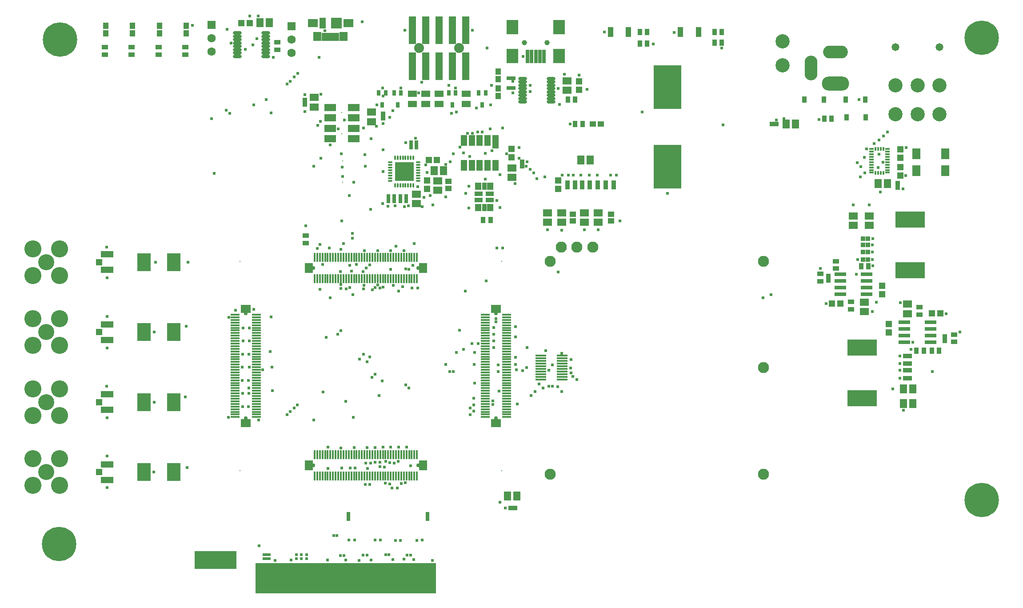
<source format=gts>
%FSTAX25Y25*%
%MOIN*%
%SFA1B1*%

%IPPOS*%
%ADD77R,1.354330X0.230320*%
%ADD78R,0.314960X0.135830*%
%ADD79R,0.047370X0.045400*%
%ADD80R,0.036350X0.047370*%
%ADD81R,0.072960X0.059180*%
%ADD82R,0.025720X0.062330*%
%ADD83R,0.063910X0.069020*%
%ADD84R,0.078870X0.082800*%
%ADD85R,0.047370X0.082800*%
%ADD86R,0.027690X0.098550*%
%ADD87R,0.086740X0.106420*%
%ADD88R,0.094610X0.049340*%
%ADD89R,0.049340X0.047370*%
%ADD90R,0.027690X0.043430*%
%ADD91O,0.065090X0.025720*%
%ADD92R,0.085560X0.030440*%
%ADD93R,0.033590X0.049340*%
%ADD94R,0.059180X0.082800*%
%ADD95R,0.047370X0.098550*%
%ADD96R,0.047370X0.078870*%
%ADD97R,0.061150X0.035560*%
%ADD98R,0.035560X0.053280*%
%ADD99R,0.049340X0.053280*%
%ADD100R,0.058000X0.208000*%
%ADD101R,0.065090X0.045400*%
%ADD102R,0.031620X0.033590*%
%ADD103R,0.143830X0.143830*%
%ADD104O,0.016520X0.032270*%
%ADD105O,0.032270X0.016520*%
%ADD106R,0.036000X0.173000*%
%ADD107R,0.036000X0.134000*%
%ADD108R,0.039500X0.074930*%
%ADD109R,0.078870X0.017840*%
%ADD110R,0.017840X0.030640*%
%ADD111R,0.034580X0.017840*%
%ADD112R,0.046580X0.042250*%
%ADD113R,0.220600X0.122170*%
%ADD114R,0.208790X0.330840*%
%ADD115R,0.104460X0.132020*%
%ADD116R,0.041470X0.047370*%
%ADD117R,0.065090X0.053280*%
%ADD118R,0.045400X0.047370*%
%ADD119R,0.033200X0.034770*%
%ADD120R,0.061150X0.074930*%
%ADD121R,0.017840X0.069020*%
%ADD122R,0.069020X0.017840*%
%ADD123R,0.074930X0.061150*%
%ADD124R,0.053280X0.065090*%
%ADD125R,0.034770X0.033200*%
%ADD126R,0.047370X0.041470*%
%ADD127R,0.047370X0.036350*%
%ADD128R,0.033590X0.031620*%
%ADD129R,0.090870X0.052090*%
%ADD130C,0.258000*%
%ADD131C,0.039500*%
%ADD132C,0.073980*%
%ADD133C,0.008000*%
%ADD134C,0.083000*%
%ADD135C,0.106420*%
%ADD136O,0.204850X0.106420*%
%ADD137O,0.185170X0.096580*%
%ADD138O,0.096580X0.185170*%
%ADD139C,0.128000*%
%ADD140C,0.120000*%
%ADD141C,0.029660*%
%ADD142R,0.008000X0.008000*%
%ADD143C,0.063000*%
%ADD144R,0.063000X0.063000*%
%ADD145C,0.058000*%
%ADD146C,0.024000*%
%LNgrandmaster-1*%
%LPD*%
G54D77*
X0843701Y0511516D03*
G54D78*
X074602Y0524997D03*
G54D79*
X128335Y071D03*
X128965D03*
X121465Y07175D03*
X120835D03*
X091215Y0825D03*
X090585D03*
X077175Y09277D03*
X076545D03*
G54D80*
X1208016Y0856D03*
X1202584D03*
X0952217Y07801D03*
X0946784D03*
X1015784Y0852D03*
X1021216D03*
X1283284Y0682D03*
X1288717D03*
X1271784D03*
X1277217D03*
X1230284Y07455D03*
X1235717D03*
X1010283Y08705D03*
X1015716D03*
X1069716Y0921D03*
X1064283D03*
X1125716D03*
X1120284D03*
X1069716Y09125D03*
X1064283D03*
X1120284Y0913D03*
X1125716D03*
G54D81*
X0818985Y09279D03*
X084556D03*
G54D82*
X0827154Y0917428D03*
X0829713D03*
X0832272D03*
X0834832D03*
X0837391D03*
G54D83*
X0842115Y0917762D03*
X082243D03*
G54D84*
X08368Y09279D03*
G54D85*
X082617Y09279D03*
G54D86*
X0979862Y0902764D03*
X0983012D03*
X0986161D03*
X0989311D03*
X0992461D03*
G54D87*
X0968642Y0924811D03*
Y0903158D03*
X1003681D03*
Y0924811D03*
G54D88*
X06645Y0585193D03*
Y0596807D03*
Y0701807D03*
Y0690193D03*
Y0754307D03*
Y0742693D03*
Y0637693D03*
Y0649307D03*
G54D89*
X0658496Y0591D03*
Y0696D03*
Y07485D03*
Y06435D03*
G54D90*
X0948559Y0875429D03*
X0943441D03*
X0946Y0866571D03*
X0885059Y0875429D03*
X0879941D03*
X08825Y0866571D03*
X0873559Y0875429D03*
X0868441D03*
X0871Y0866571D03*
X0926059Y0875429D03*
X0920941D03*
X09235Y0866571D03*
G54D91*
X0762172Y092035D03*
Y091785D03*
Y091535D03*
Y091285D03*
Y091035D03*
Y090785D03*
Y090535D03*
Y090285D03*
X0783628Y092035D03*
Y091785D03*
Y091535D03*
Y091285D03*
Y091035D03*
Y090785D03*
Y090535D03*
Y090285D03*
X0976272Y088625D03*
Y088375D03*
Y088125D03*
Y087875D03*
Y087625D03*
Y087375D03*
Y087125D03*
Y086875D03*
X0997728Y088625D03*
Y088375D03*
Y088125D03*
Y087875D03*
Y087625D03*
Y087375D03*
Y087125D03*
Y086875D03*
G54D92*
X1214756Y07245D03*
Y07295D03*
Y07345D03*
Y07395D03*
X1234244D03*
Y07345D03*
Y07295D03*
Y07245D03*
X1282244Y07035D03*
Y06985D03*
Y06935D03*
Y06885D03*
X1262756D03*
Y06935D03*
Y06985D03*
Y07035D03*
G54D93*
X1218815Y08705D03*
X1233185D03*
X1187815D03*
X1202185D03*
X1219315Y0857D03*
X1233685D03*
G54D94*
X1271673Y0829799D03*
X1293327D03*
Y0817201D03*
X1271673D03*
G54D95*
X0955949Y0838929D03*
G54D96*
X0938232Y0839913D03*
X0950043Y0821016D03*
X0932327D03*
Y0839913D03*
X0955949Y0821016D03*
X0950043Y0839913D03*
X0944138D03*
X0938232Y0821016D03*
X0944138D03*
G54D97*
X0951535Y0799962D03*
Y0795238D03*
X0943465D03*
Y0799962D03*
G54D98*
X09475Y0805572D03*
Y0789628D03*
G54D99*
X0952126Y0789628D03*
Y0805572D03*
X0942874Y0789628D03*
Y0805572D03*
G54D100*
X08935Y08955D03*
Y0922508D03*
X09035Y08955D03*
Y0922508D03*
X09135Y08955D03*
Y0922508D03*
X09235Y08955D03*
Y0922508D03*
X09335Y08955D03*
Y0922508D03*
G54D101*
X0934Y0874937D03*
Y0867063D03*
X08935Y0874937D03*
Y0867063D03*
X09035Y0874937D03*
Y0867063D03*
X09135Y0874937D03*
Y0867063D03*
G54D102*
X08755Y0797673D03*
Y0794327D03*
X08455Y0556248D03*
Y0559594D03*
X0905Y0556248D03*
Y0559594D03*
X0889Y0797673D03*
Y0794327D03*
X08845Y0797673D03*
Y0794327D03*
X088Y0797673D03*
Y0794327D03*
X08925Y0834827D03*
Y0838173D03*
X08965Y0834827D03*
Y0838173D03*
G54D103*
X08875Y08165D03*
G54D104*
X088061Y0826933D03*
X0882579D03*
X0884547D03*
X0886516D03*
X0888484D03*
X0890453D03*
X0892421D03*
X089439D03*
Y0806067D03*
X0892421D03*
X0890453D03*
X0888484D03*
X0886516D03*
X0884547D03*
X0882579D03*
X088061D03*
G54D105*
X0897933Y082339D03*
Y0821421D03*
Y0819453D03*
Y0817484D03*
Y0815516D03*
Y0813547D03*
Y0811579D03*
Y080961D03*
X0877067D03*
Y0811579D03*
Y0813547D03*
Y0815516D03*
Y0817484D03*
Y0819453D03*
Y0821421D03*
Y082339D03*
G54D106*
X0908661Y0514173D03*
X0786614D03*
X0782677D03*
X077874D03*
X0806299D03*
X0849606D03*
X0892913D03*
X0888976D03*
X0877165D03*
X0873228D03*
X0861417D03*
X085748D03*
X0841732D03*
X0837795D03*
X0814173D03*
X0810236D03*
X0829921D03*
X0900787D03*
X0794488D03*
X0798425D03*
X081811D03*
X089685D03*
X0885039D03*
X0869291D03*
X0865354D03*
X0802362D03*
X0790551D03*
X0881102D03*
X0833858D03*
X0845669D03*
X0853543D03*
G54D107*
X0904724Y0516123D03*
G54D108*
X1108193Y0921D03*
X1094807D03*
X1055693D03*
X1042307D03*
G54D109*
X1005906Y0678356D03*
X0990158D03*
X1005906Y0676356D03*
X0990158D03*
X1005906Y0674356D03*
X0990158D03*
X1005906Y0672356D03*
X0990158D03*
X1005906Y0670356D03*
X0990158D03*
X1005906Y0668356D03*
X0990158D03*
X1005906Y0666356D03*
X0990158D03*
X1005906Y0664356D03*
X0990158D03*
X1005906Y0662356D03*
X0990158D03*
Y0660356D03*
X1005906D03*
G54D110*
X1246953Y0815396D03*
X1245D03*
X1243016D03*
X1241047D03*
Y0833604D03*
X1243016D03*
X1244984D03*
X1246953D03*
G54D111*
X1250152Y0815642D03*
X1237848D03*
Y081761D03*
Y0819579D03*
Y0821547D03*
Y0823516D03*
Y0825484D03*
Y0827453D03*
Y0829421D03*
Y083139D03*
Y0833358D03*
X1250152D03*
Y083139D03*
Y0829421D03*
Y0827453D03*
Y0825484D03*
Y0823516D03*
Y0821547D03*
Y081761D03*
Y0819579D03*
G54D112*
X1014Y0784618D03*
Y0779382D03*
X09205Y0803882D03*
Y0809118D03*
X10425Y0784618D03*
Y0779382D03*
G54D113*
X1267Y0780594D03*
Y0742406D03*
X1231Y0646406D03*
Y0684594D03*
G54D114*
X1085Y082D03*
Y0879745D03*
G54D115*
X0692279Y0591D03*
X071472D03*
Y0696D03*
X0692279D03*
X071472Y07485D03*
X0692279D03*
Y06435D03*
X071472D03*
G54D116*
X0724Y0920146D03*
Y0925854D03*
X0958Y0891354D03*
Y0885646D03*
Y0873146D03*
Y0878854D03*
X06635Y0925854D03*
Y0920146D03*
X0683667Y0925854D03*
Y0920146D03*
X0703833D03*
Y0925854D03*
G54D117*
X1033Y0785543D03*
Y0778457D03*
X12325Y0718543D03*
Y0711457D03*
X1265Y0709957D03*
Y0717043D03*
X1224409Y0775984D03*
Y0783071D03*
X123622Y0775984D03*
Y0783071D03*
X10095Y0884543D03*
Y0877457D03*
X082Y0864957D03*
Y0872043D03*
X0863Y0861043D03*
Y0853957D03*
X09684Y0812157D03*
Y0819243D03*
X09125Y0802457D03*
Y0809543D03*
X08965Y0799543D03*
Y0792457D03*
X10055Y0785543D03*
Y0778457D03*
X0995Y0785543D03*
Y0778457D03*
X10225Y0785543D03*
Y0778457D03*
G54D118*
X1003Y080965D03*
Y080335D03*
X1246Y073065D03*
Y072435D03*
X1251Y070215D03*
Y069585D03*
X10185Y088415D03*
Y087785D03*
X09679Y083335D03*
Y082705D03*
X09045Y080335D03*
Y080965D03*
X12595Y083315D03*
Y082685D03*
Y081335D03*
Y081965D03*
G54D119*
X101Y0808193D03*
Y0804807D03*
X1293Y0692693D03*
Y0689307D03*
X12055Y0738193D03*
Y0734807D03*
X12575Y0807693D03*
Y0804307D03*
X0813Y0866807D03*
Y0870193D03*
X08715Y0859693D03*
Y0856307D03*
X0976Y0820507D03*
Y0823893D03*
X10445Y0808193D03*
Y0804807D03*
X10385Y0808193D03*
Y0804807D03*
X10325Y0808193D03*
Y0804807D03*
X10265Y0808193D03*
Y0804807D03*
X1021Y0808193D03*
Y0804807D03*
X10155Y0808193D03*
Y0804807D03*
G54D120*
X0901514Y0744247D03*
X0901515Y0596253D03*
X0815885D03*
X0815884Y0744247D03*
G54D121*
X0820314Y0604225D03*
Y0588281D03*
X0830157D03*
X0839999D03*
X0849842D03*
X0859684D03*
X086559D03*
X0871495D03*
X0877401D03*
X0883306D03*
X0889212D03*
X0830157Y0604225D03*
X0839999D03*
X0849842D03*
X0859684D03*
X086559D03*
X0871495D03*
X0877401D03*
X0883306D03*
X0889212D03*
X0895117Y0588281D03*
Y0604225D03*
X0897086D03*
Y0588281D03*
X0893149Y0604225D03*
Y0588281D03*
X089118Y0604225D03*
Y0588281D03*
X0887243Y0604225D03*
X0885275D03*
X085181D03*
X0853779D03*
X0832125D03*
X0834094D03*
X0822283D03*
X0824251D03*
X082622D03*
X0828188D03*
X0843936D03*
X0847873D03*
X0845905D03*
X0841968D03*
X0838031D03*
X0836062D03*
X0855747D03*
X082622Y0588281D03*
X0824251D03*
X0845905D03*
X0843936D03*
X0855747D03*
X0853779D03*
X085181D03*
X0847873D03*
X0838031D03*
X0828188D03*
X0832125D03*
X0834094D03*
X0836062D03*
X0841968D03*
X0822283D03*
X0863621Y0604225D03*
X0861653D03*
X0869527Y0588281D03*
X0867558D03*
X0881338D03*
X0879369D03*
X0875432Y0604225D03*
X0873464D03*
X0861653Y0588281D03*
X0863621D03*
X0857716Y0604225D03*
Y0588281D03*
X0869527Y0604225D03*
X0867558D03*
X0875432Y0588281D03*
X0873464D03*
X0887243D03*
X0885275D03*
X0881338Y0604225D03*
X0879369D03*
X0832124Y0752219D03*
X0830156D03*
X0826219Y0736275D03*
X0832124D03*
X0830156D03*
X082425D03*
X0895116Y0752219D03*
X0893148D03*
X0885274D03*
X0883305D03*
X0891179D03*
X0889211D03*
X0875431D03*
X0873463D03*
X0881337D03*
X0879368D03*
X0865589D03*
X086362D03*
X0871494D03*
X0869526D03*
X0855746D03*
X0861652D03*
X0853778D03*
X0859683D03*
X0845904D03*
X0843935D03*
X0851809D03*
X0849841D03*
X0836061D03*
X0834093D03*
X0841967D03*
X0839998D03*
X0826219D03*
X082425D03*
X0820313Y0736275D03*
X0822282D03*
Y0752219D03*
X0820313D03*
X0836061Y0736275D03*
X0834093D03*
X0841967D03*
X0839998D03*
X0845904D03*
X0843935D03*
X0851809D03*
X0849841D03*
X0855746D03*
X0853778D03*
X0861652D03*
X0859683D03*
X0865589D03*
X086362D03*
X0871494D03*
X0869526D03*
X0875431D03*
X0873463D03*
X0881337D03*
X0879368D03*
X0885274D03*
X0883305D03*
X0891179D03*
X0889211D03*
X0895116D03*
X0893148D03*
X0828187D03*
X083803D03*
X0847872D03*
X0857715D03*
X0867557D03*
X08774D03*
X0887242D03*
X0828187Y0752219D03*
X083803D03*
X0847872D03*
X0857715D03*
X0867557D03*
X08774D03*
X0887242D03*
X0897085Y0736275D03*
Y0752219D03*
G54D122*
X0760727Y0707164D03*
X0776671Y0654015D03*
Y0707164D03*
Y0709133D03*
X0760727D03*
Y069929D03*
Y0689448D03*
Y0679605D03*
Y0669763D03*
Y065992D03*
Y0650078D03*
Y0640235D03*
X0776671Y069929D03*
Y0689448D03*
Y0679605D03*
Y0669763D03*
Y065992D03*
Y0650078D03*
Y0640235D03*
Y0705196D03*
X0760727D03*
X0776671Y0652046D03*
X0760727Y0665826D03*
Y0671731D03*
X0776671Y0648109D03*
X0760727Y0632361D03*
X0776671Y0642204D03*
Y0632361D03*
Y0638267D03*
X0760727Y0677637D03*
Y0663857D03*
Y063433D03*
X0776671Y0636298D03*
X0760727Y0675668D03*
Y0642204D03*
Y0648109D03*
Y0638267D03*
Y0667794D03*
Y06737D03*
Y0661889D03*
Y0655983D03*
Y0654015D03*
Y0644172D03*
Y0657952D03*
X0776671Y063433D03*
X0760727Y0636298D03*
X0776671Y0644172D03*
X0760727Y0683542D03*
Y0681574D03*
Y0646141D03*
Y0652046D03*
X0776671Y0657952D03*
Y0655983D03*
X0760727Y0695353D03*
X0776671Y0671731D03*
Y0675668D03*
X0760727Y0701259D03*
X0776671Y0665826D03*
Y0681574D03*
Y0685511D03*
Y0693385D03*
X0760727Y0697322D03*
Y0687479D03*
X0776671Y0667794D03*
Y0646141D03*
Y0697322D03*
Y0701259D03*
X0760727Y0703227D03*
Y0691416D03*
Y0685511D03*
Y0693385D03*
X0776671Y0677637D03*
Y06737D03*
Y0695353D03*
Y0683542D03*
Y0691416D03*
Y0703227D03*
Y0687479D03*
Y0661889D03*
Y0663857D03*
X0964162Y0703223D03*
Y0705192D03*
Y070716D03*
Y0709129D03*
X0948218Y0703223D03*
Y0705192D03*
Y070716D03*
Y0709129D03*
Y0644168D03*
Y0659916D03*
Y0657948D03*
X0964162Y0654011D03*
X0948218Y0675664D03*
Y0673696D03*
X0964162Y0632357D03*
X0948218D03*
X0964162Y0634326D03*
Y0636294D03*
Y0638263D03*
Y0640231D03*
Y0644168D03*
Y0646137D03*
Y0648105D03*
Y0650074D03*
X0948218Y0654011D03*
X0964162Y0659916D03*
X0948218Y0695349D03*
X0964162Y06422D03*
Y0652042D03*
Y0661885D03*
Y0671727D03*
Y068157D03*
Y0691412D03*
Y0701255D03*
X0948218Y06422D03*
Y0652042D03*
Y0661885D03*
Y0671727D03*
Y068157D03*
Y0691412D03*
Y0701255D03*
Y0655979D03*
Y0693381D03*
X0964162Y0663853D03*
Y066779D03*
Y0655979D03*
Y0657948D03*
Y0665822D03*
Y0675664D03*
Y0673696D03*
X0948218Y0669759D03*
Y0665822D03*
Y066779D03*
Y0663853D03*
X0964162Y0669759D03*
X0948218Y0697318D03*
Y0699286D03*
X0964162Y0697318D03*
Y0699286D03*
Y0695349D03*
Y0683538D03*
Y0685507D03*
Y0677633D03*
Y0679601D03*
X0948218Y0636294D03*
Y0634326D03*
X0964162Y0693381D03*
Y0689444D03*
Y0687475D03*
X0948218Y0683538D03*
Y0687475D03*
Y0685507D03*
Y0689444D03*
Y0679601D03*
Y0650074D03*
Y0677633D03*
Y0648105D03*
Y0646137D03*
Y0638263D03*
Y0640231D03*
G54D123*
X0768699Y0713562D03*
Y0627932D03*
X095619Y0627928D03*
Y0713558D03*
G54D124*
X1181043Y0852D03*
X1173957D03*
X1269043Y06425D03*
X1261957D03*
X1269043Y06535D03*
X1261957D03*
X1250043Y08075D03*
X1242957D03*
X0964957Y0573D03*
X0972043D03*
X0917043Y0817D03*
X0909957D03*
X0786343Y0928D03*
X0779257D03*
X1019957Y0825D03*
X1027043D03*
G54D125*
X1166693Y0852D03*
X1163307D03*
X1235193Y0766D03*
X1231807D03*
X1235193Y07505D03*
X1231807D03*
X1235193Y0756D03*
X1231807D03*
X1235193Y07615D03*
X1231807D03*
X1263307Y06615D03*
X1266693D03*
X1263307Y06675D03*
X1266693D03*
X1263307Y06725D03*
X1266693D03*
X1263307Y0678D03*
X1266693D03*
X0967307Y0564D03*
X0970693D03*
G54D126*
X1029146Y0852D03*
X1034854D03*
G54D127*
X1274Y0709283D03*
Y0714716D03*
X12225Y0713283D03*
Y0718716D03*
X13Y0694216D03*
Y0688784D03*
X11995Y0734283D03*
Y0739716D03*
X08137Y0768317D03*
Y0762884D03*
X0662913Y0909717D03*
Y0904284D03*
X0683079D03*
Y0909717D03*
X0703246Y0904284D03*
Y0909717D03*
X0723413Y0904284D03*
Y0909717D03*
X12113Y0743784D03*
Y0749217D03*
X07924Y0913317D03*
Y0907883D03*
G54D128*
X0965827Y08865D03*
X0969173D03*
X0965827Y0879D03*
X0969173D03*
G54D129*
X08495Y0864622D03*
Y0848874D03*
Y0856748D03*
Y0841D03*
X0832Y0864622D03*
Y0856748D03*
Y0848874D03*
Y0841D03*
G54D130*
X06285Y05373D03*
X13206Y05701D03*
X06294Y09156D03*
X13206Y09168D03*
G54D131*
X09775Y0913D03*
X0994823D03*
G54D132*
X08985Y0909004D03*
X09285D03*
G54D133*
X084125Y0824363D03*
Y0808615D03*
X084075Y0844937D03*
Y0860685D03*
G54D134*
X1028878Y0759928D03*
X1017067D03*
X1005256D03*
X0996988Y0589456D03*
Y0749298D03*
X1156831D03*
Y0669377D03*
Y0589456D03*
G54D135*
X117122Y0896D03*
Y091411D03*
X1255965Y0881D03*
Y0859346D03*
X12725Y0881D03*
Y0859346D03*
X1289035D03*
Y0881D03*
G54D136*
X1211Y0882378D03*
G54D137*
X1211Y0906D03*
G54D138*
X1192496Y0894189D03*
G54D139*
X0609Y0601D03*
Y0581D03*
X0629D03*
Y0601D03*
X0609Y07585D03*
Y07385D03*
X0629D03*
Y07585D03*
X0609Y0706D03*
Y0686D03*
X0629D03*
Y0706D03*
X0609Y06535D03*
Y06335D03*
X0629D03*
Y06535D03*
G54D140*
X0619Y0591D03*
Y07485D03*
Y0696D03*
Y06435D03*
G54D141*
X0898069Y0744247D03*
X089807Y0596253D03*
X081933D03*
X0768699Y0710117D03*
Y0631377D03*
X0819329Y0744247D03*
X095619Y0631373D03*
Y0710113D03*
G54D142*
X096081Y0592023D03*
X076421Y0749023D03*
X076431Y0592023D03*
X096081Y0749023D03*
G54D143*
X0803Y09156D03*
Y09056D03*
X07429Y09164D03*
Y09064D03*
G54D144*
X0803Y09256D03*
X07429Y09264D03*
G54D145*
X1255965Y090974D03*
X1289035D03*
G54D146*
X090876Y0524705D03*
X0894587Y0525591D03*
X0853622Y0524878D03*
X0843701Y0525D03*
X08422Y05285D03*
X08398D03*
X0806693Y0525984D03*
Y0529134D03*
X0810236D03*
X0814173D03*
X0810236Y0525984D03*
X0814173D03*
X079063Y052487D03*
X0782283Y0525984D03*
X0784252D03*
X0786221D03*
X0782283Y0529134D03*
X0784252D03*
X0786221D03*
X0876Y0529D03*
X08736D03*
X08898Y05287D03*
X08025Y0525D03*
X08595Y05288D03*
X0862703Y0525184D03*
X0788746Y0652046D03*
X0878937Y0525591D03*
X083Y0525D03*
X08566Y05289D03*
X08922Y05287D03*
X0887205Y0525689D03*
X07788Y05359D03*
X0891732Y0814961D03*
X0885827D03*
X0883071D03*
X0888976D03*
X0891732Y0811811D03*
X0885827D03*
X0883071D03*
X0888976D03*
X0891732Y081811D03*
X0885827D03*
X0883071D03*
X0888976D03*
Y082126D03*
X0883071D03*
X0885827D03*
X0891732D03*
X1224409Y0791339D03*
X126378Y0813386D03*
X1125716Y0909284D03*
X1033Y07729D03*
X1049382Y0779382D03*
X082219Y075881D03*
X082425Y076175D03*
X0826219Y0746781D03*
X09562Y07062D03*
X0931933Y0683D03*
X0940462Y06809D03*
X0942941Y0687488D03*
X0996Y06556D03*
X0781294Y0667794D03*
X0787009Y0681574D03*
X0755836Y0707164D03*
X11985Y08556D03*
X09592Y08142D03*
Y07896D03*
X08975Y0805D03*
X0907Y07985D03*
X1004Y08669D03*
X0982Y0881D03*
X07779Y09331D03*
X09581Y06666D03*
X08321Y07219D03*
X11568Y07218D03*
X08774Y07572D03*
X07712Y06993D03*
X08693Y07293D03*
X08685Y06485D03*
X10055Y06515D03*
X08887Y08382D03*
X0838Y08485D03*
X08375Y06945D03*
X09795Y06844D03*
X08505Y05941D03*
X08656Y06096D03*
X09821Y08766D03*
X12325Y0827D03*
X09735Y08265D03*
X0976402Y0667004D03*
X08314Y0759D03*
X07662Y06796D03*
X08774Y06098D03*
X09386Y09226D03*
X10263Y08139D03*
X0971Y07D03*
X09401Y0671759D03*
X0849Y0724D03*
X11625D03*
X08615Y07465D03*
X08617Y06774D03*
X10055Y068D03*
X07705Y06599D03*
X1085Y08D03*
X12295Y08125D03*
X0993D03*
X09915Y0654D03*
X08716Y08164D03*
X08717Y08329D03*
X09048Y08159D03*
X0813Y08742D03*
X0918742Y06718D03*
X09188Y07974D03*
X08414Y08127D03*
X08479Y07417D03*
X08401Y06093D03*
X1012Y0852D03*
X08485Y07665D03*
X0903536Y0821364D03*
X10199Y08139D03*
X09585Y06518D03*
X08676Y07572D03*
X07662Y06403D03*
X08137Y07757D03*
X10125Y06755D03*
X08595Y06738D03*
X0859Y0744D03*
X12617Y08036D03*
X10143Y08139D03*
X08694Y05952D03*
X08245Y0854D03*
X0829Y0692D03*
X09545Y06895D03*
X10055Y07726D03*
X08485Y077D03*
X08715Y08525D03*
X08302Y05938D03*
X08862Y07301D03*
X07666Y06895D03*
X08845Y05399D03*
X0881D03*
X0888285Y0583251D03*
X08852Y05824D03*
X07239Y07004D03*
X0971Y06925D03*
X09404Y06577D03*
X0857Y07285D03*
Y06794D03*
X09935Y0682D03*
X07712Y06698D03*
X08807Y07907D03*
X08907D03*
X10122Y0669D03*
X08303Y06097D03*
X10059Y08139D03*
X08665Y08505D03*
X10225Y07729D03*
X08714Y07924D03*
X08395Y07416D03*
X09723Y06422D03*
X08577Y07573D03*
X07662Y06501D03*
X09545Y06995D03*
X08961Y08415D03*
X12447Y08013D03*
X07682Y09083D03*
X09633Y0564D03*
X0825Y08265D03*
X09365Y08277D03*
X09359Y08054D03*
X08774Y07433D03*
X07665Y06993D03*
X1003Y08788D03*
X12467Y08235D03*
X10324Y08139D03*
X10468D03*
X09545Y06845D03*
X09397Y06465D03*
X08566Y07416D03*
X1003Y0741D03*
X07707Y06403D03*
X07709Y06796D03*
X07548Y09233D03*
X09188Y08218D03*
X07717Y0933D03*
X08244Y07283D03*
X08924Y05957D03*
X0971Y0677D03*
X0854Y06759D03*
X08625Y0841D03*
X08466Y0746D03*
X07661Y06599D03*
X08892Y06099D03*
X09545Y06945D03*
X09268Y06809D03*
X09265Y0861D03*
X1066D03*
X09959Y06675D03*
X09951Y07728D03*
X08601Y05938D03*
X1227257Y0823D03*
X09797Y08239D03*
X09794Y06695D03*
X08464Y07984D03*
X08676Y07315D03*
X08597Y06095D03*
X07252Y07486D03*
X09709Y06717D03*
X0954Y06417D03*
X08872Y0757D03*
X07709Y06501D03*
X07712Y06894D03*
X08875Y07903D03*
X09987Y06715D03*
X08404Y08299D03*
X10105Y08139D03*
X12639Y08345D03*
X0832Y08365D03*
X08622Y0788D03*
X08879Y09225D03*
X09361Y07892D03*
X084Y07583D03*
X07661Y06698D03*
X08833Y06099D03*
X08753Y07906D03*
X08249Y08745D03*
X08406Y07796D03*
X08572Y07312D03*
X08499Y06094D03*
X0774Y09114D03*
X08561Y09287D03*
X0745Y08151D03*
X07431Y08561D03*
X07576Y09129D03*
X07894Y09022D03*
X08235Y09021D03*
X08281Y09221D03*
X09871Y08113D03*
X09482Y08107D03*
X08812Y07605D03*
X09614Y07591D03*
X09613Y0849D03*
X09482Y08301D03*
X0953302Y0832298D03*
X09335Y08D03*
X09735Y08346D03*
X09644Y08297D03*
X09385Y08451D03*
X09427Y08461D03*
X09349Y08452D03*
X09708Y08076D03*
X08425Y0855D03*
X0857Y0849D03*
X07884Y06697D03*
X09215Y0666528D03*
X0879Y0862D03*
X0958Y06715D03*
X0901Y054D03*
X11724Y0856D03*
X11667Y0855D03*
X08405Y05941D03*
X09594Y05686D03*
X08469Y05941D03*
X08715Y06097D03*
X12619Y06376D03*
X12539Y06535D03*
X12593Y06616D03*
Y06676D03*
Y06726D03*
X12592Y06781D03*
X12676Y06832D03*
X1269Y06885D03*
X13042Y06961D03*
X1294Y07099D03*
X12598Y0718D03*
X12386Y07115D03*
X12039Y07175D03*
X11995Y07438D03*
X12265Y07395D03*
X12389Y07457D03*
X12388Y07505D03*
X12387Y0756D03*
X12388Y07614D03*
X12389Y07661D03*
X123622Y0791339D03*
X10901Y09207D03*
X10378Y0921D03*
X09768Y09027D03*
X10076Y08896D03*
X10185Y08888D03*
X10422Y08139D03*
X09321Y08305D03*
X0909Y07916D03*
X09023Y07972D03*
X09009Y07901D03*
X08851Y08791D03*
X08715Y08733D03*
X09522Y08664D03*
X0926Y08792D03*
X07233Y06476D03*
X07247Y05946D03*
X06645Y05794D03*
X06646Y06032D03*
X06645Y06318D03*
X06644Y06555D03*
X06645Y06843D03*
Y07077D03*
Y07369D03*
X0664412Y0759783D03*
X08717Y07297D03*
X08622Y05978D03*
X08933Y0729D03*
X08734Y05827D03*
X08783Y0579D03*
X08656Y07295D03*
X08658Y05985D03*
X09885Y0657D03*
X084Y07318D03*
X07556Y06323D03*
X08582Y05817D03*
X08794Y07311D03*
X08976Y07291D03*
X08466Y07295D03*
X087657Y0582263D03*
X08822Y05792D03*
X08727Y05947D03*
X09855Y06515D03*
X09395Y0636726D03*
X09289Y06975D03*
X07875Y07075D03*
X09383Y06875D03*
X08692Y05985D03*
X0873525Y0599177D03*
X08911Y07432D03*
X08949Y07625D03*
X08636Y07278D03*
X084Y07287D03*
X088Y05978D03*
X0937Y0639D03*
X08441Y07286D03*
X09243Y06665D03*
X0954Y06445D03*
X08939Y0746D03*
X0761Y07125D03*
X08588Y05979D03*
X0937Y0634D03*
X0771Y0654D03*
X08616Y05817D03*
X09825Y06485D03*
X08885Y07435D03*
X07745Y0713D03*
X0882941Y0599141D03*
X07782Y06301D03*
X0939744Y0641526D03*
X08832Y07267D03*
X0957Y07947D03*
X09221Y08239D03*
X09243Y08297D03*
X08197Y06302D03*
X08196Y08204D03*
X08495Y08086D03*
X08493Y0632D03*
X0841Y08198D03*
X08581Y08292D03*
X08582Y08204D03*
X08516Y07467D03*
X09333Y07267D03*
X09489Y07345D03*
X0841935Y07625D03*
X06995Y0591D03*
X08437Y06441D03*
X06999Y06434D03*
X084Y06971D03*
X07Y0696D03*
X07011Y07485D03*
X08634Y0662D03*
X08657Y06644D03*
X08345Y05434D03*
X08369D03*
X0876532Y0598081D03*
X0897Y05398D03*
X08695Y054D03*
X08655Y05401D03*
X0846Y05402D03*
X08502Y05401D03*
X0957Y0759D03*
X07875Y08605D03*
X07745Y08665D03*
X09415Y0864D03*
X0754Y08625D03*
X0923Y086D03*
X07565D03*
X0953Y0881D03*
X0921D03*
X0871257Y0879001D03*
X0813Y08615D03*
X08075Y089D03*
X08074Y064156D03*
X0805Y0639D03*
Y08875D03*
X0802Y0884D03*
X08019Y063656D03*
X07285Y0926D03*
X07995Y0882D03*
Y0634D03*
X08225Y0851D03*
X0952Y08485D03*
X11265Y08515D03*
X12275Y07505D03*
X0867Y08665D03*
X08765Y0857D03*
X09562Y07037D03*
X0898354Y08755D03*
X0969D03*
X09005Y08835D03*
X0969Y0884D03*
X10245Y0878D03*
X08885Y06565D03*
X0891Y0654D03*
X09985Y06555D03*
X08265Y0651D03*
X10025Y0655D03*
X0871Y06595D03*
X1017Y06605D03*
X1014146Y0662756D03*
X10125Y06655D03*
X09715Y06679D03*
X12835Y06665D03*
X12415Y07185D03*
X1229957Y08203D03*
X1233Y08155D03*
X1074487Y0911987D03*
X0777Y0916D03*
X09495Y0909D03*
X09845Y08155D03*
X0982Y0818D03*
X0979Y08205D03*
X1243Y08195D03*
X1234491Y0833508D03*
X12435Y08295D03*
X09293Y08348D03*
X124Y08375D03*
X1243773Y084D03*
X1247Y0843D03*
X125Y0846D03*
X0946D03*
X0784Y08705D03*
X12285D03*
M02*
</source>
